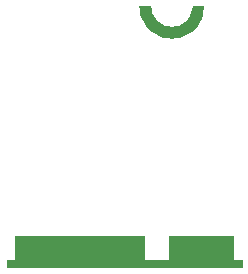
<source format=gbr>
%TF.GenerationSoftware,KiCad,Pcbnew,9.0.0*%
%TF.CreationDate,2025-05-23T15:59:46+04:00*%
%TF.ProjectId,02_04_sensor_barometer_BMP390L,30325f30-345f-4736-956e-736f725f6261,rev?*%
%TF.SameCoordinates,Original*%
%TF.FileFunction,Soldermask,Bot*%
%TF.FilePolarity,Negative*%
%FSLAX46Y46*%
G04 Gerber Fmt 4.6, Leading zero omitted, Abs format (unit mm)*
G04 Created by KiCad (PCBNEW 9.0.0) date 2025-05-23 15:59:46*
%MOMM*%
%LPD*%
G01*
G04 APERTURE LIST*
G04 Aperture macros list*
%AMRoundRect*
0 Rectangle with rounded corners*
0 $1 Rounding radius*
0 $2 $3 $4 $5 $6 $7 $8 $9 X,Y pos of 4 corners*
0 Add a 4 corners polygon primitive as box body*
4,1,4,$2,$3,$4,$5,$6,$7,$8,$9,$2,$3,0*
0 Add four circle primitives for the rounded corners*
1,1,$1+$1,$2,$3*
1,1,$1+$1,$4,$5*
1,1,$1+$1,$6,$7*
1,1,$1+$1,$8,$9*
0 Add four rect primitives between the rounded corners*
20,1,$1+$1,$2,$3,$4,$5,0*
20,1,$1+$1,$4,$5,$6,$7,0*
20,1,$1+$1,$6,$7,$8,$9,0*
20,1,$1+$1,$8,$9,$2,$3,0*%
G04 Aperture macros list end*
%ADD10C,0.100000*%
%ADD11C,0.000000*%
%ADD12RoundRect,0.050000X-0.175000X-0.975000X0.175000X-0.975000X0.175000X0.975000X-0.175000X0.975000X0*%
%ADD13C,0.554000*%
G04 APERTURE END LIST*
D10*
X138500000Y-113950000D02*
X158400000Y-113950000D01*
X158400000Y-114500000D01*
X138500000Y-114500000D01*
X138500000Y-113950000D01*
G36*
X138500000Y-113950000D02*
G01*
X158400000Y-113950000D01*
X158400000Y-114500000D01*
X138500000Y-114500000D01*
X138500000Y-113950000D01*
G37*
D11*
%TO.C,J1*%
G36*
X150776586Y-92728884D02*
G01*
X150855538Y-93023535D01*
X150984456Y-93300000D01*
X151159422Y-93549878D01*
X151375122Y-93765578D01*
X151625000Y-93940544D01*
X151901465Y-94069462D01*
X152196116Y-94148414D01*
X152500000Y-94175000D01*
X152803884Y-94148414D01*
X153098535Y-94069462D01*
X153375000Y-93940544D01*
X153624878Y-93765578D01*
X153840578Y-93549878D01*
X154015544Y-93300000D01*
X154144462Y-93023535D01*
X154223414Y-92728884D01*
X154250000Y-92425000D01*
X155250000Y-92425000D01*
X155156296Y-93136752D01*
X155040669Y-93477379D01*
X154881570Y-93800000D01*
X154681722Y-94099094D01*
X154444544Y-94369544D01*
X154174094Y-94606722D01*
X153875000Y-94806570D01*
X153552379Y-94965669D01*
X153211752Y-95081296D01*
X152858947Y-95151473D01*
X152500000Y-95175000D01*
X152141053Y-95151473D01*
X151788248Y-95081296D01*
X151447621Y-94965669D01*
X151125000Y-94806570D01*
X150825906Y-94606722D01*
X150555456Y-94369544D01*
X150318278Y-94099094D01*
X150118430Y-93800000D01*
X149959331Y-93477379D01*
X149843704Y-93136752D01*
X149773527Y-92783947D01*
X149750000Y-92425000D01*
X150750000Y-92425000D01*
X150776586Y-92728884D01*
G37*
%TD*%
D12*
%TO.C,J1*%
X157500000Y-112900000D03*
X157000000Y-112900000D03*
X156500000Y-112900000D03*
X156000000Y-112900000D03*
X155500000Y-112900000D03*
X155000000Y-112900000D03*
X154500000Y-112900000D03*
X154000000Y-112900000D03*
X153500000Y-112900000D03*
X153000000Y-112900000D03*
X152500000Y-112900000D03*
X150000000Y-112900000D03*
X149500000Y-112900000D03*
X149000000Y-112900000D03*
X148500000Y-112900000D03*
X148000000Y-112900000D03*
X147500000Y-112900000D03*
X147000000Y-112900000D03*
X146500000Y-112900000D03*
X146000000Y-112900000D03*
X145500000Y-112900000D03*
X145000000Y-112900000D03*
X144500000Y-112900000D03*
X144000000Y-112900000D03*
X143500000Y-112900000D03*
X143000000Y-112900000D03*
X142500000Y-112900000D03*
X142000000Y-112900000D03*
X141500000Y-112900000D03*
X141000000Y-112900000D03*
X140500000Y-112900000D03*
X140000000Y-112900000D03*
X139500000Y-112900000D03*
D13*
X150400000Y-93425000D03*
X152500000Y-94725000D03*
X154600000Y-93425000D03*
%TD*%
M02*

</source>
